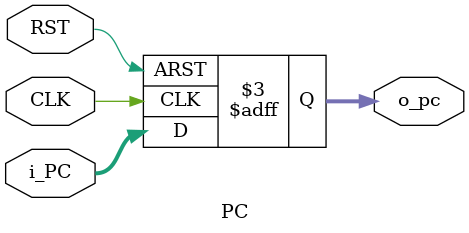
<source format=v>
module PC (
input wire CLK ,
input wire RST ,
input wire [31:0] i_PC ,
output reg [31:0] o_pc
);

//reg Declaration 
reg [31:0] reg_pc ;

//PC Sequential Circuit
always @ ( posedge CLK or negedge RST )
	begin
		if (!RST)
			o_pc <= 32'h0000;
		else 
			o_pc <= i_PC ;
	end

endmodule
</source>
